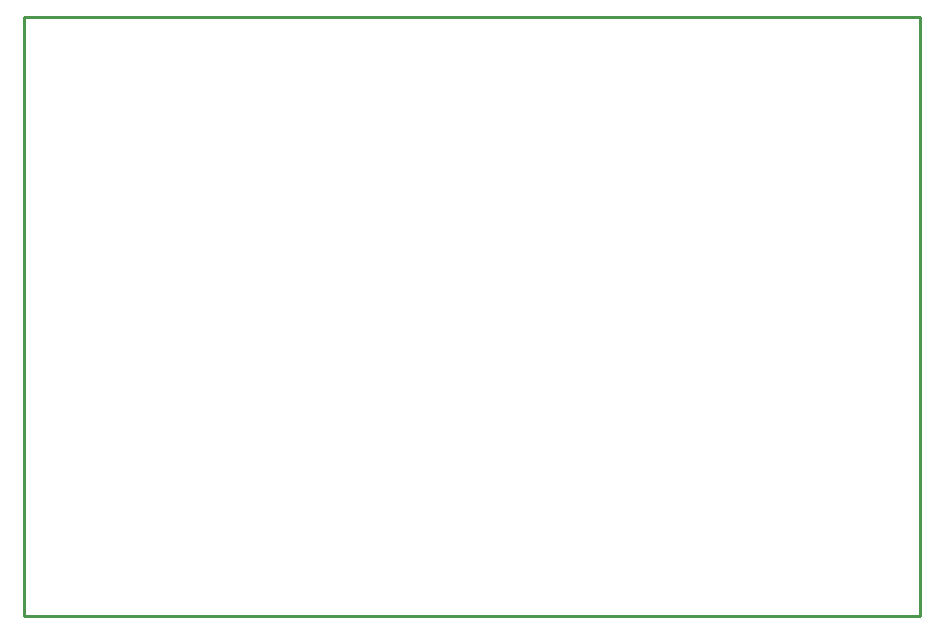
<source format=gbr>
G04 EAGLE Gerber X2 export*
%TF.Part,Single*%
%TF.FileFunction,Profile,NP*%
%TF.FilePolarity,Positive*%
%TF.GenerationSoftware,Autodesk,EAGLE,9.0.0*%
%TF.CreationDate,2018-04-25T07:48:58Z*%
G75*
%MOMM*%
%FSLAX34Y34*%
%LPD*%
%AMOC8*
5,1,8,0,0,1.08239X$1,22.5*%
G01*
%ADD10C,0.254000*%


D10*
X0Y0D02*
X758700Y0D01*
X758700Y507900D01*
X0Y507900D01*
X0Y0D01*
M02*

</source>
